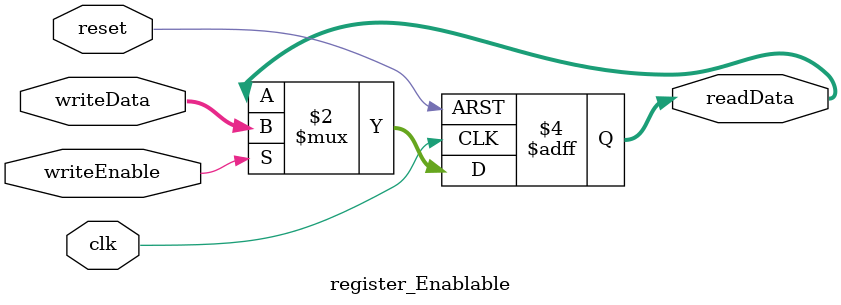
<source format=sv>
module register_Enablable 
       #(parameter width = 8) // parameter so i dont have to make 70 billion different register modules
        (input  logic             clk, reset, writeEnable, // input clock, reset, and enable signals
         input  logic [width-1:0] writeData, // input of register
         output logic [width-1:0] readData); // output of register
  always_ff @(posedge clk, posedge reset)
    if(reset)               readData <= 0; // if reset, then register will hold 0
    else if(writeEnable)    readData <= writeData; // else if enable is high, then read in value at input of register
endmodule

</source>
